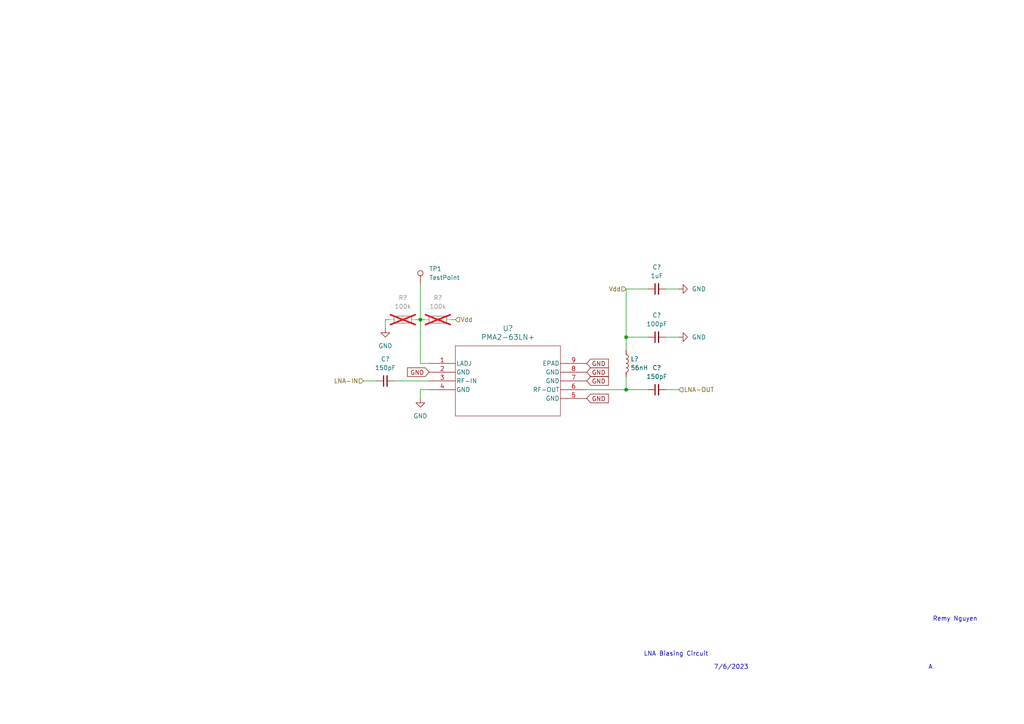
<source format=kicad_sch>
(kicad_sch (version 20230121) (generator eeschema)

  (uuid eb1bfdab-8793-4eee-ac7f-2e790d598c22)

  (paper "A4")

  (lib_symbols
    (symbol "Connector:TestPoint" (pin_numbers hide) (pin_names (offset 0.762) hide) (in_bom yes) (on_board yes)
      (property "Reference" "TP" (at 0 6.858 0)
        (effects (font (size 1.27 1.27)))
      )
      (property "Value" "TestPoint" (at 0 5.08 0)
        (effects (font (size 1.27 1.27)))
      )
      (property "Footprint" "" (at 5.08 0 0)
        (effects (font (size 1.27 1.27)) hide)
      )
      (property "Datasheet" "~" (at 5.08 0 0)
        (effects (font (size 1.27 1.27)) hide)
      )
      (property "ki_keywords" "test point tp" (at 0 0 0)
        (effects (font (size 1.27 1.27)) hide)
      )
      (property "ki_description" "test point" (at 0 0 0)
        (effects (font (size 1.27 1.27)) hide)
      )
      (property "ki_fp_filters" "Pin* Test*" (at 0 0 0)
        (effects (font (size 1.27 1.27)) hide)
      )
      (symbol "TestPoint_0_1"
        (circle (center 0 3.302) (radius 0.762)
          (stroke (width 0) (type default))
          (fill (type none))
        )
      )
      (symbol "TestPoint_1_1"
        (pin passive line (at 0 0 90) (length 2.54)
          (name "1" (effects (font (size 1.27 1.27))))
          (number "1" (effects (font (size 1.27 1.27))))
        )
      )
    )
    (symbol "Device:C_Small" (pin_numbers hide) (pin_names (offset 0.254) hide) (in_bom yes) (on_board yes)
      (property "Reference" "C" (at 0.254 1.778 0)
        (effects (font (size 1.27 1.27)) (justify left))
      )
      (property "Value" "C_Small" (at 0.254 -2.032 0)
        (effects (font (size 1.27 1.27)) (justify left))
      )
      (property "Footprint" "" (at 0 0 0)
        (effects (font (size 1.27 1.27)) hide)
      )
      (property "Datasheet" "~" (at 0 0 0)
        (effects (font (size 1.27 1.27)) hide)
      )
      (property "ki_keywords" "capacitor cap" (at 0 0 0)
        (effects (font (size 1.27 1.27)) hide)
      )
      (property "ki_description" "Unpolarized capacitor, small symbol" (at 0 0 0)
        (effects (font (size 1.27 1.27)) hide)
      )
      (property "ki_fp_filters" "C_*" (at 0 0 0)
        (effects (font (size 1.27 1.27)) hide)
      )
      (symbol "C_Small_0_1"
        (polyline
          (pts
            (xy -1.524 -0.508)
            (xy 1.524 -0.508)
          )
          (stroke (width 0.3302) (type default))
          (fill (type none))
        )
        (polyline
          (pts
            (xy -1.524 0.508)
            (xy 1.524 0.508)
          )
          (stroke (width 0.3048) (type default))
          (fill (type none))
        )
      )
      (symbol "C_Small_1_1"
        (pin passive line (at 0 2.54 270) (length 2.032)
          (name "~" (effects (font (size 1.27 1.27))))
          (number "1" (effects (font (size 1.27 1.27))))
        )
        (pin passive line (at 0 -2.54 90) (length 2.032)
          (name "~" (effects (font (size 1.27 1.27))))
          (number "2" (effects (font (size 1.27 1.27))))
        )
      )
    )
    (symbol "Device:L" (pin_numbers hide) (pin_names (offset 1.016) hide) (in_bom yes) (on_board yes)
      (property "Reference" "L" (at -1.27 0 90)
        (effects (font (size 1.27 1.27)))
      )
      (property "Value" "L" (at 1.905 0 90)
        (effects (font (size 1.27 1.27)))
      )
      (property "Footprint" "" (at 0 0 0)
        (effects (font (size 1.27 1.27)) hide)
      )
      (property "Datasheet" "~" (at 0 0 0)
        (effects (font (size 1.27 1.27)) hide)
      )
      (property "ki_keywords" "inductor choke coil reactor magnetic" (at 0 0 0)
        (effects (font (size 1.27 1.27)) hide)
      )
      (property "ki_description" "Inductor" (at 0 0 0)
        (effects (font (size 1.27 1.27)) hide)
      )
      (property "ki_fp_filters" "Choke_* *Coil* Inductor_* L_*" (at 0 0 0)
        (effects (font (size 1.27 1.27)) hide)
      )
      (symbol "L_0_1"
        (arc (start 0 -2.54) (mid 0.6323 -1.905) (end 0 -1.27)
          (stroke (width 0) (type default))
          (fill (type none))
        )
        (arc (start 0 -1.27) (mid 0.6323 -0.635) (end 0 0)
          (stroke (width 0) (type default))
          (fill (type none))
        )
        (arc (start 0 0) (mid 0.6323 0.635) (end 0 1.27)
          (stroke (width 0) (type default))
          (fill (type none))
        )
        (arc (start 0 1.27) (mid 0.6323 1.905) (end 0 2.54)
          (stroke (width 0) (type default))
          (fill (type none))
        )
      )
      (symbol "L_1_1"
        (pin passive line (at 0 3.81 270) (length 1.27)
          (name "1" (effects (font (size 1.27 1.27))))
          (number "1" (effects (font (size 1.27 1.27))))
        )
        (pin passive line (at 0 -3.81 90) (length 1.27)
          (name "2" (effects (font (size 1.27 1.27))))
          (number "2" (effects (font (size 1.27 1.27))))
        )
      )
    )
    (symbol "Device:R" (pin_numbers hide) (pin_names (offset 0)) (in_bom yes) (on_board yes)
      (property "Reference" "R" (at 2.032 0 90)
        (effects (font (size 1.27 1.27)))
      )
      (property "Value" "R" (at 0 0 90)
        (effects (font (size 1.27 1.27)))
      )
      (property "Footprint" "" (at -1.778 0 90)
        (effects (font (size 1.27 1.27)) hide)
      )
      (property "Datasheet" "~" (at 0 0 0)
        (effects (font (size 1.27 1.27)) hide)
      )
      (property "ki_keywords" "R res resistor" (at 0 0 0)
        (effects (font (size 1.27 1.27)) hide)
      )
      (property "ki_description" "Resistor" (at 0 0 0)
        (effects (font (size 1.27 1.27)) hide)
      )
      (property "ki_fp_filters" "R_*" (at 0 0 0)
        (effects (font (size 1.27 1.27)) hide)
      )
      (symbol "R_0_1"
        (rectangle (start -1.016 -2.54) (end 1.016 2.54)
          (stroke (width 0.254) (type default))
          (fill (type none))
        )
      )
      (symbol "R_1_1"
        (pin passive line (at 0 3.81 270) (length 1.27)
          (name "~" (effects (font (size 1.27 1.27))))
          (number "1" (effects (font (size 1.27 1.27))))
        )
        (pin passive line (at 0 -3.81 90) (length 1.27)
          (name "~" (effects (font (size 1.27 1.27))))
          (number "2" (effects (font (size 1.27 1.27))))
        )
      )
    )
    (symbol "PMA2-63LN+_1" (pin_names (offset 0.254)) (in_bom yes) (on_board yes)
      (property "Reference" "U1" (at 22.86 10.16 0)
        (effects (font (size 1.524 1.524)))
      )
      (property "Value" "PMA2-63LN+" (at 22.86 7.62 0)
        (effects (font (size 1.524 1.524)))
      )
      (property "Footprint" "Imports:SON8_PMA2_MNC" (at 0 0 0)
        (effects (font (size 1.27 1.27) italic) hide)
      )
      (property "Datasheet" "PMA2-63LN+" (at 0 0 0)
        (effects (font (size 1.27 1.27) italic) hide)
      )
      (property "ki_locked" "" (at 0 0 0)
        (effects (font (size 1.27 1.27)))
      )
      (property "ki_keywords" "PMA2-63LN+" (at 0 0 0)
        (effects (font (size 1.27 1.27)) hide)
      )
      (property "ki_fp_filters" "SON8_PMA2_MNC SON8_PMA2_MNC-M SON8_PMA2_MNC-L" (at 0 0 0)
        (effects (font (size 1.27 1.27)) hide)
      )
      (symbol "PMA2-63LN+_1_0_1"
        (polyline
          (pts
            (xy 7.62 -15.24)
            (xy 38.1 -15.24)
          )
          (stroke (width 0.127) (type default))
          (fill (type none))
        )
        (polyline
          (pts
            (xy 7.62 5.08)
            (xy 7.62 -15.24)
          )
          (stroke (width 0.127) (type default))
          (fill (type none))
        )
        (polyline
          (pts
            (xy 38.1 -15.24)
            (xy 38.1 5.08)
          )
          (stroke (width 0.127) (type default))
          (fill (type none))
        )
        (polyline
          (pts
            (xy 38.1 5.08)
            (xy 7.62 5.08)
          )
          (stroke (width 0.127) (type default))
          (fill (type none))
        )
        (pin bidirectional line (at 0 0 0) (length 7.62)
          (name "LADJ" (effects (font (size 1.27 1.27))))
          (number "1" (effects (font (size 1.27 1.27))))
        )
        (pin input line (at 0 -5.08 0) (length 7.62)
          (name "RF-IN" (effects (font (size 1.27 1.27))))
          (number "3" (effects (font (size 1.27 1.27))))
        )
        (pin output line (at 45.72 -7.62 180) (length 7.62)
          (name "RF-OUT" (effects (font (size 1.27 1.27))))
          (number "6" (effects (font (size 1.27 1.27))))
        )
      )
      (symbol "PMA2-63LN+_1_1_1"
        (pin power_in line (at 0 -2.54 0) (length 7.62)
          (name "GND" (effects (font (size 1.27 1.27))))
          (number "2" (effects (font (size 1.27 1.27))))
        )
        (pin power_in line (at 0 -7.62 0) (length 7.62)
          (name "GND" (effects (font (size 1.27 1.27))))
          (number "4" (effects (font (size 1.27 1.27))))
        )
        (pin power_in line (at 45.72 -10.16 180) (length 7.62)
          (name "GND" (effects (font (size 1.27 1.27))))
          (number "5" (effects (font (size 1.27 1.27))))
        )
        (pin power_in line (at 45.72 -5.08 180) (length 7.62)
          (name "GND" (effects (font (size 1.27 1.27))))
          (number "7" (effects (font (size 1.27 1.27))))
        )
        (pin power_in line (at 45.72 -2.54 180) (length 7.62)
          (name "GND" (effects (font (size 1.27 1.27))))
          (number "8" (effects (font (size 1.27 1.27))))
        )
        (pin power_in line (at 45.72 0 180) (length 7.62)
          (name "EPAD" (effects (font (size 1.27 1.27))))
          (number "9" (effects (font (size 1.27 1.27))))
        )
      )
    )
    (symbol "power:GND" (power) (pin_names (offset 0)) (in_bom yes) (on_board yes)
      (property "Reference" "#PWR" (at 0 -6.35 0)
        (effects (font (size 1.27 1.27)) hide)
      )
      (property "Value" "GND" (at 0 -3.81 0)
        (effects (font (size 1.27 1.27)))
      )
      (property "Footprint" "" (at 0 0 0)
        (effects (font (size 1.27 1.27)) hide)
      )
      (property "Datasheet" "" (at 0 0 0)
        (effects (font (size 1.27 1.27)) hide)
      )
      (property "ki_keywords" "global power" (at 0 0 0)
        (effects (font (size 1.27 1.27)) hide)
      )
      (property "ki_description" "Power symbol creates a global label with name \"GND\" , ground" (at 0 0 0)
        (effects (font (size 1.27 1.27)) hide)
      )
      (symbol "GND_0_1"
        (polyline
          (pts
            (xy 0 0)
            (xy 0 -1.27)
            (xy 1.27 -1.27)
            (xy 0 -2.54)
            (xy -1.27 -1.27)
            (xy 0 -1.27)
          )
          (stroke (width 0) (type default))
          (fill (type none))
        )
      )
      (symbol "GND_1_1"
        (pin power_in line (at 0 0 270) (length 0) hide
          (name "GND" (effects (font (size 1.27 1.27))))
          (number "1" (effects (font (size 1.27 1.27))))
        )
      )
    )
  )

  (junction (at 181.61 97.79) (diameter 0) (color 0 0 0 0)
    (uuid 1b0a6473-4c55-4353-8fce-ab1488083ea2)
  )
  (junction (at 181.61 113.03) (diameter 0) (color 0 0 0 0)
    (uuid 53f4bac2-ace9-42ae-82e1-20c73e358f8b)
  )
  (junction (at 121.92 92.71) (diameter 0) (color 0 0 0 0)
    (uuid b125dc87-0fd0-4c6b-9575-f4ade64a5d9e)
  )

  (wire (pts (xy 193.04 83.82) (xy 196.85 83.82))
    (stroke (width 0) (type default))
    (uuid 055bd4d7-8c4c-415b-b407-6e0686b65b26)
  )
  (wire (pts (xy 105.41 110.49) (xy 109.22 110.49))
    (stroke (width 0) (type default))
    (uuid 09a85c62-a5c3-436d-9380-6f0e2d8881e3)
  )
  (wire (pts (xy 111.76 92.71) (xy 111.76 95.25))
    (stroke (width 0) (type default))
    (uuid 1ff370f1-8834-4329-851c-ddf58c2033c0)
  )
  (wire (pts (xy 121.92 82.55) (xy 121.92 92.71))
    (stroke (width 0) (type default))
    (uuid 313daa78-7350-4dd9-a5b8-bb16020c8506)
  )
  (wire (pts (xy 181.61 83.82) (xy 181.61 97.79))
    (stroke (width 0) (type default))
    (uuid 55e8eee5-505b-4375-b5b5-4ee269d87b78)
  )
  (wire (pts (xy 114.3 110.49) (xy 124.46 110.49))
    (stroke (width 0) (type default))
    (uuid 5f285127-0216-45b5-9921-454b8ec01b1e)
  )
  (wire (pts (xy 181.61 97.79) (xy 181.61 101.6))
    (stroke (width 0) (type default))
    (uuid 6028d79e-ba7b-4c89-83b5-068192aead45)
  )
  (wire (pts (xy 170.18 113.03) (xy 181.61 113.03))
    (stroke (width 0) (type default))
    (uuid 7824646a-f953-4a46-8db9-cc5f70a48781)
  )
  (wire (pts (xy 124.46 105.41) (xy 121.92 105.41))
    (stroke (width 0) (type default))
    (uuid 8a409751-7e08-4e9f-be7d-a73a085b1e70)
  )
  (wire (pts (xy 123.19 92.71) (xy 121.92 92.71))
    (stroke (width 0) (type default))
    (uuid a25e43e8-703c-4a42-9fbf-4893b0ef25dd)
  )
  (wire (pts (xy 187.96 97.79) (xy 181.61 97.79))
    (stroke (width 0) (type default))
    (uuid ae99050a-8203-44c0-b682-61da3d23c49b)
  )
  (wire (pts (xy 124.46 113.03) (xy 121.92 113.03))
    (stroke (width 0) (type default))
    (uuid b16d247a-cf31-4f64-a715-c35c588bfd22)
  )
  (wire (pts (xy 181.61 109.22) (xy 181.61 113.03))
    (stroke (width 0) (type default))
    (uuid c18a7a57-7e16-4cf7-8a00-e78a2704ad6c)
  )
  (wire (pts (xy 187.96 83.82) (xy 181.61 83.82))
    (stroke (width 0) (type default))
    (uuid c2e82d9a-36b6-4b54-a2b2-06b850d18137)
  )
  (wire (pts (xy 181.61 113.03) (xy 187.96 113.03))
    (stroke (width 0) (type default))
    (uuid c3d01e37-706f-4f0e-ab66-4e28cf2abe41)
  )
  (wire (pts (xy 120.65 92.71) (xy 121.92 92.71))
    (stroke (width 0) (type default))
    (uuid c5dfd80a-b2b3-481c-98b8-46e32b346923)
  )
  (wire (pts (xy 113.03 92.71) (xy 111.76 92.71))
    (stroke (width 0) (type default))
    (uuid c965f6db-78e1-41a4-942e-e8001b481593)
  )
  (wire (pts (xy 193.04 97.79) (xy 196.85 97.79))
    (stroke (width 0) (type default))
    (uuid db15dd1a-8006-4128-9d65-b903c5659cdc)
  )
  (wire (pts (xy 132.08 92.71) (xy 130.81 92.71))
    (stroke (width 0) (type default))
    (uuid de5c6f78-d4b6-4db6-9857-85e6185815e9)
  )
  (wire (pts (xy 121.92 92.71) (xy 121.92 105.41))
    (stroke (width 0) (type default))
    (uuid ebb726fa-fd28-48f5-8f08-75d2ae27e09c)
  )
  (wire (pts (xy 121.92 113.03) (xy 121.92 115.57))
    (stroke (width 0) (type default))
    (uuid ec14539c-7bcc-4d8f-b59c-4a843a897267)
  )
  (wire (pts (xy 193.04 113.03) (xy 196.85 113.03))
    (stroke (width 0) (type default))
    (uuid f8201776-afd0-45ba-a708-23a4d0db429c)
  )

  (text "Remy Nguyen" (at 270.51 180.34 0)
    (effects (font (size 1.27 1.27)) (justify left bottom))
    (uuid 14327096-0c61-460b-85d0-ffe18866573f)
  )
  (text "A" (at 269.24 194.31 0)
    (effects (font (size 1.27 1.27)) (justify left bottom))
    (uuid 1a65a98d-3dc0-41f4-838a-4247a6958015)
  )
  (text "7/6/2023" (at 207.01 194.31 0)
    (effects (font (size 1.27 1.27)) (justify left bottom))
    (uuid 2347c686-e34a-4f2b-a5cf-1d5004576572)
  )
  (text "LNA Biasing Circuit" (at 186.69 190.5 0)
    (effects (font (size 1.27 1.27)) (justify left bottom))
    (uuid 47bba38f-5dc9-4e33-b715-9d3d8f9d673f)
  )

  (global_label "GND" (shape input) (at 170.18 110.49 0) (fields_autoplaced)
    (effects (font (size 1.27 1.27)) (justify left))
    (uuid 12e4fd5b-6fa0-46b5-ab38-62a03a81b1b2)
    (property "Intersheetrefs" "${INTERSHEET_REFS}" (at 176.9563 110.49 0)
      (effects (font (size 1.27 1.27)) (justify left) hide)
    )
  )
  (global_label "GND" (shape input) (at 170.18 105.41 0) (fields_autoplaced)
    (effects (font (size 1.27 1.27)) (justify left))
    (uuid 87e3a4a6-be25-44ef-ae55-efca4e640601)
    (property "Intersheetrefs" "${INTERSHEET_REFS}" (at 176.9563 105.41 0)
      (effects (font (size 1.27 1.27)) (justify left) hide)
    )
  )
  (global_label "GND" (shape input) (at 124.46 107.95 180) (fields_autoplaced)
    (effects (font (size 1.27 1.27)) (justify right))
    (uuid 8ecf692f-66d3-41fb-a558-60607b2d396c)
    (property "Intersheetrefs" "${INTERSHEET_REFS}" (at 117.6837 107.95 0)
      (effects (font (size 1.27 1.27)) (justify right) hide)
    )
  )
  (global_label "GND" (shape input) (at 170.18 115.57 0) (fields_autoplaced)
    (effects (font (size 1.27 1.27)) (justify left))
    (uuid 9dd28ebf-a3e8-41a8-81b3-154564f4683f)
    (property "Intersheetrefs" "${INTERSHEET_REFS}" (at 176.9563 115.57 0)
      (effects (font (size 1.27 1.27)) (justify left) hide)
    )
  )
  (global_label "GND" (shape input) (at 170.18 107.95 0) (fields_autoplaced)
    (effects (font (size 1.27 1.27)) (justify left))
    (uuid eedbe369-998d-4795-be10-ae32fbe70390)
    (property "Intersheetrefs" "${INTERSHEET_REFS}" (at 176.9563 107.95 0)
      (effects (font (size 1.27 1.27)) (justify left) hide)
    )
  )

  (hierarchical_label "LNA-OUT" (shape input) (at 196.85 113.03 0) (fields_autoplaced)
    (effects (font (size 1.27 1.27)) (justify left))
    (uuid 170f7be4-a02e-4b73-be6d-49cd75fafef8)
  )
  (hierarchical_label "Vdd" (shape input) (at 132.08 92.71 0) (fields_autoplaced)
    (effects (font (size 1.27 1.27)) (justify left))
    (uuid 41327531-e87c-4b37-915e-4646230ee8e5)
  )
  (hierarchical_label "LNA-IN" (shape input) (at 105.41 110.49 180) (fields_autoplaced)
    (effects (font (size 1.27 1.27)) (justify right))
    (uuid 43d2b2e4-3fb2-430d-886c-20cd52487aae)
  )
  (hierarchical_label "Vdd" (shape input) (at 181.61 83.82 180) (fields_autoplaced)
    (effects (font (size 1.27 1.27)) (justify right))
    (uuid cb590487-af71-46fa-b6b3-5f522859f90c)
  )

  (symbol (lib_id "power:GND") (at 196.85 97.79 90) (unit 1)
    (in_bom yes) (on_board yes) (dnp no) (fields_autoplaced)
    (uuid 22bc6538-e395-4390-808e-369b4dbb159b)
    (property "Reference" "#PWR?" (at 203.2 97.79 0)
      (effects (font (size 1.27 1.27)) hide)
    )
    (property "Value" "GND" (at 200.66 97.79 90)
      (effects (font (size 1.27 1.27)) (justify right))
    )
    (property "Footprint" "" (at 196.85 97.79 0)
      (effects (font (size 1.27 1.27)) hide)
    )
    (property "Datasheet" "" (at 196.85 97.79 0)
      (effects (font (size 1.27 1.27)) hide)
    )
    (pin "1" (uuid 6505e30f-86a3-4acd-a777-b253af68582b))
    (instances
      (project "002.35.20.15.20-001-PCB-LNA"
        (path "/a33db424-96f2-4015-ba95-8b9f2330ef17"
          (reference "#PWR?") (unit 1)
        )
        (path "/a33db424-96f2-4015-ba95-8b9f2330ef17/9ff85c99-1040-4eb9-b5d8-3cc01caa0e77"
          (reference "#PWR016") (unit 1)
        )
        (path "/a33db424-96f2-4015-ba95-8b9f2330ef17/ba672304-1315-4178-9e1d-d553703e5b04"
          (reference "#PWR08") (unit 1)
        )
      )
    )
  )

  (symbol (lib_id "Device:C_Small") (at 190.5 83.82 90) (unit 1)
    (in_bom yes) (on_board yes) (dnp no) (fields_autoplaced)
    (uuid 2587ea3a-5d39-48fc-a72a-872718f6ab9e)
    (property "Reference" "C?" (at 190.5063 77.47 90)
      (effects (font (size 1.27 1.27)))
    )
    (property "Value" "1uF" (at 190.5063 80.01 90)
      (effects (font (size 1.27 1.27)))
    )
    (property "Footprint" "Capacitor_SMD:C_0402_1005Metric" (at 190.5 83.82 0)
      (effects (font (size 1.27 1.27)) hide)
    )
    (property "Datasheet" "~" (at 190.5 83.82 0)
      (effects (font (size 1.27 1.27)) hide)
    )
    (pin "1" (uuid 4ce53d6b-22cb-487f-b077-535205afe79b))
    (pin "2" (uuid 19aee9e6-2e36-47a5-9685-c9fc433b2a65))
    (instances
      (project "002.35.20.15.20-001-PCB-LNA"
        (path "/a33db424-96f2-4015-ba95-8b9f2330ef17"
          (reference "C?") (unit 1)
        )
        (path "/a33db424-96f2-4015-ba95-8b9f2330ef17/9ff85c99-1040-4eb9-b5d8-3cc01caa0e77"
          (reference "C2") (unit 1)
        )
        (path "/a33db424-96f2-4015-ba95-8b9f2330ef17/ba672304-1315-4178-9e1d-d553703e5b04"
          (reference "C6") (unit 1)
        )
      )
    )
  )

  (symbol (lib_id "Device:L") (at 181.61 105.41 0) (unit 1)
    (in_bom yes) (on_board yes) (dnp no) (fields_autoplaced)
    (uuid 2bef77c0-72fa-45ff-89d6-14933df6690e)
    (property "Reference" "L?" (at 182.88 104.14 0)
      (effects (font (size 1.27 1.27)) (justify left))
    )
    (property "Value" "56nH" (at 182.88 106.68 0)
      (effects (font (size 1.27 1.27)) (justify left))
    )
    (property "Footprint" "Inductor_SMD:L_0402_1005Metric" (at 181.61 105.41 0)
      (effects (font (size 1.27 1.27)) hide)
    )
    (property "Datasheet" "~" (at 181.61 105.41 0)
      (effects (font (size 1.27 1.27)) hide)
    )
    (pin "1" (uuid 21698ec3-9e44-4f48-9023-d9e72afc9070))
    (pin "2" (uuid c87f2cc3-a65c-4fb6-bd8a-f3dedf39c4da))
    (instances
      (project "002.35.20.15.20-001-PCB-LNA"
        (path "/a33db424-96f2-4015-ba95-8b9f2330ef17"
          (reference "L?") (unit 1)
        )
        (path "/a33db424-96f2-4015-ba95-8b9f2330ef17/9ff85c99-1040-4eb9-b5d8-3cc01caa0e77"
          (reference "L1") (unit 1)
        )
        (path "/a33db424-96f2-4015-ba95-8b9f2330ef17/ba672304-1315-4178-9e1d-d553703e5b04"
          (reference "L2") (unit 1)
        )
      )
    )
  )

  (symbol (lib_id "Device:C_Small") (at 190.5 97.79 90) (unit 1)
    (in_bom yes) (on_board yes) (dnp no) (fields_autoplaced)
    (uuid 34109670-7907-474c-83c5-e8f949c3cd1b)
    (property "Reference" "C?" (at 190.5063 91.44 90)
      (effects (font (size 1.27 1.27)))
    )
    (property "Value" "100pF" (at 190.5063 93.98 90)
      (effects (font (size 1.27 1.27)))
    )
    (property "Footprint" "Capacitor_SMD:C_0402_1005Metric" (at 190.5 97.79 0)
      (effects (font (size 1.27 1.27)) hide)
    )
    (property "Datasheet" "~" (at 190.5 97.79 0)
      (effects (font (size 1.27 1.27)) hide)
    )
    (pin "1" (uuid ae7f10c4-5cea-425f-8167-446a0b741026))
    (pin "2" (uuid da93060a-589a-46c6-a1b6-a22a199f69e5))
    (instances
      (project "002.35.20.15.20-001-PCB-LNA"
        (path "/a33db424-96f2-4015-ba95-8b9f2330ef17"
          (reference "C?") (unit 1)
        )
        (path "/a33db424-96f2-4015-ba95-8b9f2330ef17/9ff85c99-1040-4eb9-b5d8-3cc01caa0e77"
          (reference "C3") (unit 1)
        )
        (path "/a33db424-96f2-4015-ba95-8b9f2330ef17/ba672304-1315-4178-9e1d-d553703e5b04"
          (reference "C7") (unit 1)
        )
      )
    )
  )

  (symbol (lib_name "PMA2-63LN+_1") (lib_id "PMA2-63LN+:PMA2-63LN+") (at 124.46 105.41 0) (unit 1)
    (in_bom yes) (on_board yes) (dnp no) (fields_autoplaced)
    (uuid 486c9cfe-714a-40f0-befa-9d816e2b9b1a)
    (property "Reference" "U?" (at 147.32 95.25 0)
      (effects (font (size 1.524 1.524)))
    )
    (property "Value" "PMA2-63LN+" (at 147.32 97.79 0)
      (effects (font (size 1.524 1.524)))
    )
    (property "Footprint" "Imports:SON8_PMA2_MNC" (at 124.46 105.41 0)
      (effects (font (size 1.27 1.27) italic) hide)
    )
    (property "Datasheet" "PMA2-63LN+" (at 124.46 105.41 0)
      (effects (font (size 1.27 1.27) italic) hide)
    )
    (pin "1" (uuid 84775aa3-a8e0-46c3-8abc-787b953ef14e))
    (pin "3" (uuid 0e0f0117-7bdb-4021-9fc7-7305647ba6af))
    (pin "6" (uuid 98a31a4a-f8c8-475f-b03f-cbd54094e5db))
    (pin "2" (uuid 9c43d7ea-ab74-4875-a3e3-a8f24a882390))
    (pin "4" (uuid 7a29de0e-5c79-481c-b493-a1e980ba99e3))
    (pin "5" (uuid ec3f1578-5a88-40ea-b9f7-d4fb743dc0b0))
    (pin "7" (uuid 8781bb5e-2a1e-448b-9ca2-1bff1820f31c))
    (pin "8" (uuid 1938a37c-a552-495f-a324-41a29d7c509f))
    (pin "9" (uuid ebdae88e-1fff-4ae7-8593-d379575d8528))
    (instances
      (project "002.35.20.15.20-001-PCB-LNA"
        (path "/a33db424-96f2-4015-ba95-8b9f2330ef17"
          (reference "U?") (unit 1)
        )
        (path "/a33db424-96f2-4015-ba95-8b9f2330ef17/9ff85c99-1040-4eb9-b5d8-3cc01caa0e77"
          (reference "U1") (unit 1)
        )
        (path "/a33db424-96f2-4015-ba95-8b9f2330ef17/ba672304-1315-4178-9e1d-d553703e5b04"
          (reference "U2") (unit 1)
        )
      )
    )
  )

  (symbol (lib_id "Device:C_Small") (at 190.5 113.03 90) (unit 1)
    (in_bom yes) (on_board yes) (dnp no) (fields_autoplaced)
    (uuid 5fcbf39a-a3d2-43f2-9bb0-0aa7152a1205)
    (property "Reference" "C?" (at 190.5063 106.68 90)
      (effects (font (size 1.27 1.27)))
    )
    (property "Value" "150pF" (at 190.5063 109.22 90)
      (effects (font (size 1.27 1.27)))
    )
    (property "Footprint" "Capacitor_SMD:C_0402_1005Metric" (at 190.5 113.03 0)
      (effects (font (size 1.27 1.27)) hide)
    )
    (property "Datasheet" "~" (at 190.5 113.03 0)
      (effects (font (size 1.27 1.27)) hide)
    )
    (pin "1" (uuid f3a469e3-dd5e-4155-8391-48e43227d3af))
    (pin "2" (uuid d34851ce-efa5-4222-987e-01d595717ac5))
    (instances
      (project "002.35.20.15.20-001-PCB-LNA"
        (path "/a33db424-96f2-4015-ba95-8b9f2330ef17"
          (reference "C?") (unit 1)
        )
        (path "/a33db424-96f2-4015-ba95-8b9f2330ef17/9ff85c99-1040-4eb9-b5d8-3cc01caa0e77"
          (reference "C4") (unit 1)
        )
        (path "/a33db424-96f2-4015-ba95-8b9f2330ef17/ba672304-1315-4178-9e1d-d553703e5b04"
          (reference "C8") (unit 1)
        )
      )
    )
  )

  (symbol (lib_id "power:GND") (at 111.76 95.25 0) (unit 1)
    (in_bom yes) (on_board yes) (dnp no) (fields_autoplaced)
    (uuid 61f2ead6-5abc-4ed3-adbb-87ede6897482)
    (property "Reference" "#PWR?" (at 111.76 101.6 0)
      (effects (font (size 1.27 1.27)) hide)
    )
    (property "Value" "GND" (at 111.76 100.33 0)
      (effects (font (size 1.27 1.27)))
    )
    (property "Footprint" "" (at 111.76 95.25 0)
      (effects (font (size 1.27 1.27)) hide)
    )
    (property "Datasheet" "" (at 111.76 95.25 0)
      (effects (font (size 1.27 1.27)) hide)
    )
    (pin "1" (uuid aab3965f-b0f1-4bea-bbe5-b32b2e5e9941))
    (instances
      (project "002.35.20.15.20-001-PCB-LNA"
        (path "/a33db424-96f2-4015-ba95-8b9f2330ef17"
          (reference "#PWR?") (unit 1)
        )
        (path "/a33db424-96f2-4015-ba95-8b9f2330ef17/9ff85c99-1040-4eb9-b5d8-3cc01caa0e77"
          (reference "#PWR01") (unit 1)
        )
        (path "/a33db424-96f2-4015-ba95-8b9f2330ef17/ba672304-1315-4178-9e1d-d553703e5b04"
          (reference "#PWR02") (unit 1)
        )
      )
    )
  )

  (symbol (lib_id "Device:C_Small") (at 111.76 110.49 90) (unit 1)
    (in_bom yes) (on_board yes) (dnp no) (fields_autoplaced)
    (uuid 70d88a39-afbe-4f98-bb2d-aee373b752d4)
    (property "Reference" "C?" (at 111.7663 104.14 90)
      (effects (font (size 1.27 1.27)))
    )
    (property "Value" "150pF" (at 111.7663 106.68 90)
      (effects (font (size 1.27 1.27)))
    )
    (property "Footprint" "Capacitor_SMD:C_0402_1005Metric" (at 111.76 110.49 0)
      (effects (font (size 1.27 1.27)) hide)
    )
    (property "Datasheet" "~" (at 111.76 110.49 0)
      (effects (font (size 1.27 1.27)) hide)
    )
    (pin "1" (uuid b49a51f2-c2a8-422c-8147-050e06cbd08e))
    (pin "2" (uuid e5e6bb1c-8644-40d4-8f09-ab724eb75fcc))
    (instances
      (project "002.35.20.15.20-001-PCB-LNA"
        (path "/a33db424-96f2-4015-ba95-8b9f2330ef17"
          (reference "C?") (unit 1)
        )
        (path "/a33db424-96f2-4015-ba95-8b9f2330ef17/9ff85c99-1040-4eb9-b5d8-3cc01caa0e77"
          (reference "C1") (unit 1)
        )
        (path "/a33db424-96f2-4015-ba95-8b9f2330ef17/ba672304-1315-4178-9e1d-d553703e5b04"
          (reference "C5") (unit 1)
        )
      )
    )
  )

  (symbol (lib_id "Connector:TestPoint") (at 121.92 82.55 0) (unit 1)
    (in_bom yes) (on_board yes) (dnp no) (fields_autoplaced)
    (uuid 754e804d-caff-4817-bc0d-2da22fbb32a7)
    (property "Reference" "TP1" (at 124.46 77.978 0)
      (effects (font (size 1.27 1.27)) (justify left))
    )
    (property "Value" "TestPoint" (at 124.46 80.518 0)
      (effects (font (size 1.27 1.27)) (justify left))
    )
    (property "Footprint" "TestPoint:TestPoint_Loop_D2.54mm_Drill1.5mm_Beaded" (at 127 82.55 0)
      (effects (font (size 1.27 1.27)) hide)
    )
    (property "Datasheet" "~" (at 127 82.55 0)
      (effects (font (size 1.27 1.27)) hide)
    )
    (pin "1" (uuid ab662601-7680-44df-88f1-56770e24311c))
    (instances
      (project "002.35.20.15.20-001-PCB-LNA"
        (path "/a33db424-96f2-4015-ba95-8b9f2330ef17/9ff85c99-1040-4eb9-b5d8-3cc01caa0e77"
          (reference "TP1") (unit 1)
        )
        (path "/a33db424-96f2-4015-ba95-8b9f2330ef17/ba672304-1315-4178-9e1d-d553703e5b04"
          (reference "TP2") (unit 1)
        )
      )
    )
  )

  (symbol (lib_id "Device:R") (at 116.84 92.71 90) (unit 1)
    (in_bom yes) (on_board yes) (dnp yes) (fields_autoplaced)
    (uuid a8da8503-99c4-4f68-881b-e657f445eda8)
    (property "Reference" "R?" (at 116.84 86.36 90)
      (effects (font (size 1.27 1.27)))
    )
    (property "Value" "100k" (at 116.84 88.9 90)
      (effects (font (size 1.27 1.27)))
    )
    (property "Footprint" "Resistor_SMD:R_0402_1005Metric" (at 116.84 94.488 90)
      (effects (font (size 1.27 1.27)) hide)
    )
    (property "Datasheet" "~" (at 116.84 92.71 0)
      (effects (font (size 1.27 1.27)) hide)
    )
    (pin "1" (uuid 03ec827d-5c36-45e9-8277-d6566898b424))
    (pin "2" (uuid fed04ffa-9877-4d83-a71f-3e9e53b4a68c))
    (instances
      (project "002.35.20.15.20-001-PCB-LNA"
        (path "/a33db424-96f2-4015-ba95-8b9f2330ef17"
          (reference "R?") (unit 1)
        )
        (path "/a33db424-96f2-4015-ba95-8b9f2330ef17/9ff85c99-1040-4eb9-b5d8-3cc01caa0e77"
          (reference "R1") (unit 1)
        )
        (path "/a33db424-96f2-4015-ba95-8b9f2330ef17/ba672304-1315-4178-9e1d-d553703e5b04"
          (reference "R2") (unit 1)
        )
      )
    )
  )

  (symbol (lib_id "power:GND") (at 196.85 83.82 90) (unit 1)
    (in_bom yes) (on_board yes) (dnp no) (fields_autoplaced)
    (uuid a9c2a804-71f1-499d-9798-83aad7239a3e)
    (property "Reference" "#PWR?" (at 203.2 83.82 0)
      (effects (font (size 1.27 1.27)) hide)
    )
    (property "Value" "GND" (at 200.66 83.82 90)
      (effects (font (size 1.27 1.27)) (justify right))
    )
    (property "Footprint" "" (at 196.85 83.82 0)
      (effects (font (size 1.27 1.27)) hide)
    )
    (property "Datasheet" "" (at 196.85 83.82 0)
      (effects (font (size 1.27 1.27)) hide)
    )
    (pin "1" (uuid 34e5a979-ca84-4384-a8aa-40d1c9224d96))
    (instances
      (project "002.35.20.15.20-001-PCB-LNA"
        (path "/a33db424-96f2-4015-ba95-8b9f2330ef17"
          (reference "#PWR?") (unit 1)
        )
        (path "/a33db424-96f2-4015-ba95-8b9f2330ef17/9ff85c99-1040-4eb9-b5d8-3cc01caa0e77"
          (reference "#PWR06") (unit 1)
        )
        (path "/a33db424-96f2-4015-ba95-8b9f2330ef17/ba672304-1315-4178-9e1d-d553703e5b04"
          (reference "#PWR07") (unit 1)
        )
      )
    )
  )

  (symbol (lib_id "power:GND") (at 121.92 115.57 0) (unit 1)
    (in_bom yes) (on_board yes) (dnp no) (fields_autoplaced)
    (uuid d217ddfe-0574-4819-9666-dd7160a3620c)
    (property "Reference" "#PWR?" (at 121.92 121.92 0)
      (effects (font (size 1.27 1.27)) hide)
    )
    (property "Value" "GND" (at 121.92 120.65 0)
      (effects (font (size 1.27 1.27)))
    )
    (property "Footprint" "" (at 121.92 115.57 0)
      (effects (font (size 1.27 1.27)) hide)
    )
    (property "Datasheet" "" (at 121.92 115.57 0)
      (effects (font (size 1.27 1.27)) hide)
    )
    (pin "1" (uuid 29ac8401-c91b-4317-99cd-e381ad74c7c4))
    (instances
      (project "002.35.20.15.20-001-PCB-LNA"
        (path "/a33db424-96f2-4015-ba95-8b9f2330ef17"
          (reference "#PWR?") (unit 1)
        )
        (path "/a33db424-96f2-4015-ba95-8b9f2330ef17/9ff85c99-1040-4eb9-b5d8-3cc01caa0e77"
          (reference "#PWR05") (unit 1)
        )
        (path "/a33db424-96f2-4015-ba95-8b9f2330ef17/ba672304-1315-4178-9e1d-d553703e5b04"
          (reference "#PWR03") (unit 1)
        )
      )
    )
  )

  (symbol (lib_id "Device:R") (at 127 92.71 90) (unit 1)
    (in_bom yes) (on_board yes) (dnp yes) (fields_autoplaced)
    (uuid eb4bae49-25b8-4a06-9ba2-afddbcbf3521)
    (property "Reference" "R?" (at 127 86.36 90)
      (effects (font (size 1.27 1.27)))
    )
    (property "Value" "100k" (at 127 88.9 90)
      (effects (font (size 1.27 1.27)))
    )
    (property "Footprint" "Resistor_SMD:R_0402_1005Metric" (at 127 94.488 90)
      (effects (font (size 1.27 1.27)) hide)
    )
    (property "Datasheet" "~" (at 127 92.71 0)
      (effects (font (size 1.27 1.27)) hide)
    )
    (pin "1" (uuid 6f20b8b4-7f96-4595-bcff-30f6f3b8c3bd))
    (pin "2" (uuid a6d13736-eea8-45f2-8051-2919ea3d825e))
    (instances
      (project "002.35.20.15.20-001-PCB-LNA"
        (path "/a33db424-96f2-4015-ba95-8b9f2330ef17"
          (reference "R?") (unit 1)
        )
        (path "/a33db424-96f2-4015-ba95-8b9f2330ef17/9ff85c99-1040-4eb9-b5d8-3cc01caa0e77"
          (reference "R3") (unit 1)
        )
        (path "/a33db424-96f2-4015-ba95-8b9f2330ef17/ba672304-1315-4178-9e1d-d553703e5b04"
          (reference "R4") (unit 1)
        )
      )
    )
  )
)

</source>
